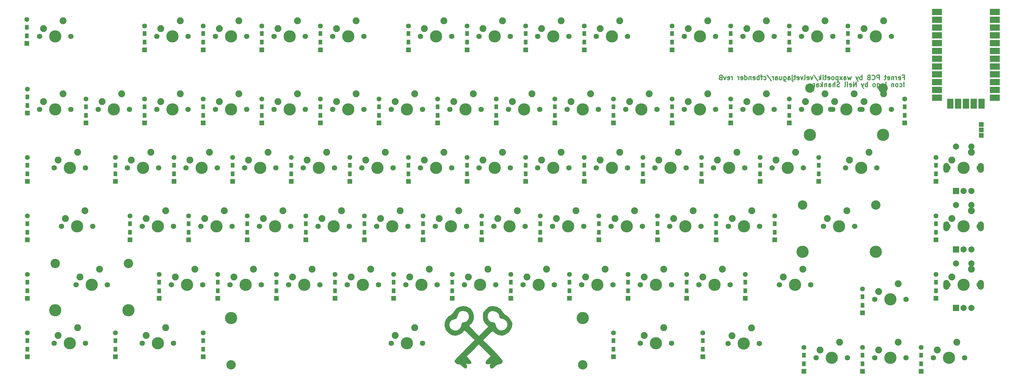
<source format=gbs>
G04 #@! TF.GenerationSoftware,KiCad,Pcbnew,(5.1.5)-3*
G04 #@! TF.CreationDate,2020-07-17T15:38:34-06:00*
G04 #@! TF.ProjectId,fernet,6665726e-6574-42e6-9b69-6361645f7063,rev?*
G04 #@! TF.SameCoordinates,Original*
G04 #@! TF.FileFunction,Soldermask,Bot*
G04 #@! TF.FilePolarity,Negative*
%FSLAX46Y46*%
G04 Gerber Fmt 4.6, Leading zero omitted, Abs format (unit mm)*
G04 Created by KiCad (PCBNEW (5.1.5)-3) date 2020-07-17 15:38:34*
%MOMM*%
%LPD*%
G04 APERTURE LIST*
%ADD10C,0.300000*%
%ADD11C,0.010000*%
%ADD12C,2.250000*%
%ADD13C,3.987800*%
%ADD14C,1.750000*%
%ADD15C,3.048000*%
%ADD16R,2.000000X3.250000*%
%ADD17R,3.250000X2.000000*%
%ADD18R,1.524000X1.524000*%
%ADD19R,2.000000X2.000000*%
%ADD20C,2.000000*%
%ADD21O,2.000000X3.200000*%
%ADD22R,1.600000X1.600000*%
%ADD23C,1.600000*%
%ADD24R,1.200000X1.600000*%
G04 APERTURE END LIST*
D10*
X305035714Y-42892857D02*
X305535714Y-42892857D01*
X305535714Y-43678571D02*
X305535714Y-42178571D01*
X304821428Y-42178571D01*
X303678571Y-43607142D02*
X303821428Y-43678571D01*
X304107142Y-43678571D01*
X304250000Y-43607142D01*
X304321428Y-43464285D01*
X304321428Y-42892857D01*
X304250000Y-42750000D01*
X304107142Y-42678571D01*
X303821428Y-42678571D01*
X303678571Y-42750000D01*
X303607142Y-42892857D01*
X303607142Y-43035714D01*
X304321428Y-43178571D01*
X302964285Y-43678571D02*
X302964285Y-42678571D01*
X302964285Y-42964285D02*
X302892857Y-42821428D01*
X302821428Y-42750000D01*
X302678571Y-42678571D01*
X302535714Y-42678571D01*
X302035714Y-42678571D02*
X302035714Y-43678571D01*
X302035714Y-42821428D02*
X301964285Y-42750000D01*
X301821428Y-42678571D01*
X301607142Y-42678571D01*
X301464285Y-42750000D01*
X301392857Y-42892857D01*
X301392857Y-43678571D01*
X300107142Y-43607142D02*
X300250000Y-43678571D01*
X300535714Y-43678571D01*
X300678571Y-43607142D01*
X300750000Y-43464285D01*
X300750000Y-42892857D01*
X300678571Y-42750000D01*
X300535714Y-42678571D01*
X300250000Y-42678571D01*
X300107142Y-42750000D01*
X300035714Y-42892857D01*
X300035714Y-43035714D01*
X300750000Y-43178571D01*
X299607142Y-42678571D02*
X299035714Y-42678571D01*
X299392857Y-42178571D02*
X299392857Y-43464285D01*
X299321428Y-43607142D01*
X299178571Y-43678571D01*
X299035714Y-43678571D01*
X297392857Y-43678571D02*
X297392857Y-42178571D01*
X296821428Y-42178571D01*
X296678571Y-42250000D01*
X296607142Y-42321428D01*
X296535714Y-42464285D01*
X296535714Y-42678571D01*
X296607142Y-42821428D01*
X296678571Y-42892857D01*
X296821428Y-42964285D01*
X297392857Y-42964285D01*
X295035714Y-43535714D02*
X295107142Y-43607142D01*
X295321428Y-43678571D01*
X295464285Y-43678571D01*
X295678571Y-43607142D01*
X295821428Y-43464285D01*
X295892857Y-43321428D01*
X295964285Y-43035714D01*
X295964285Y-42821428D01*
X295892857Y-42535714D01*
X295821428Y-42392857D01*
X295678571Y-42250000D01*
X295464285Y-42178571D01*
X295321428Y-42178571D01*
X295107142Y-42250000D01*
X295035714Y-42321428D01*
X293892857Y-42892857D02*
X293678571Y-42964285D01*
X293607142Y-43035714D01*
X293535714Y-43178571D01*
X293535714Y-43392857D01*
X293607142Y-43535714D01*
X293678571Y-43607142D01*
X293821428Y-43678571D01*
X294392857Y-43678571D01*
X294392857Y-42178571D01*
X293892857Y-42178571D01*
X293750000Y-42250000D01*
X293678571Y-42321428D01*
X293607142Y-42464285D01*
X293607142Y-42607142D01*
X293678571Y-42750000D01*
X293750000Y-42821428D01*
X293892857Y-42892857D01*
X294392857Y-42892857D01*
X291750000Y-43678571D02*
X291750000Y-42178571D01*
X291750000Y-42750000D02*
X291607142Y-42678571D01*
X291321428Y-42678571D01*
X291178571Y-42750000D01*
X291107142Y-42821428D01*
X291035714Y-42964285D01*
X291035714Y-43392857D01*
X291107142Y-43535714D01*
X291178571Y-43607142D01*
X291321428Y-43678571D01*
X291607142Y-43678571D01*
X291750000Y-43607142D01*
X290535714Y-42678571D02*
X290178571Y-43678571D01*
X289821428Y-42678571D02*
X290178571Y-43678571D01*
X290321428Y-44035714D01*
X290392857Y-44107142D01*
X290535714Y-44178571D01*
X288250000Y-42678571D02*
X287964285Y-43678571D01*
X287678571Y-42964285D01*
X287392857Y-43678571D01*
X287107142Y-42678571D01*
X285892857Y-43678571D02*
X285892857Y-42892857D01*
X285964285Y-42750000D01*
X286107142Y-42678571D01*
X286392857Y-42678571D01*
X286535714Y-42750000D01*
X285892857Y-43607142D02*
X286035714Y-43678571D01*
X286392857Y-43678571D01*
X286535714Y-43607142D01*
X286607142Y-43464285D01*
X286607142Y-43321428D01*
X286535714Y-43178571D01*
X286392857Y-43107142D01*
X286035714Y-43107142D01*
X285892857Y-43035714D01*
X285321428Y-43678571D02*
X284535714Y-42678571D01*
X285321428Y-42678571D02*
X284535714Y-43678571D01*
X283964285Y-42678571D02*
X283964285Y-44178571D01*
X283964285Y-42750000D02*
X283821428Y-42678571D01*
X283535714Y-42678571D01*
X283392857Y-42750000D01*
X283321428Y-42821428D01*
X283250000Y-42964285D01*
X283250000Y-43392857D01*
X283321428Y-43535714D01*
X283392857Y-43607142D01*
X283535714Y-43678571D01*
X283821428Y-43678571D01*
X283964285Y-43607142D01*
X282392857Y-43678571D02*
X282535714Y-43607142D01*
X282607142Y-43535714D01*
X282678571Y-43392857D01*
X282678571Y-42964285D01*
X282607142Y-42821428D01*
X282535714Y-42750000D01*
X282392857Y-42678571D01*
X282178571Y-42678571D01*
X282035714Y-42750000D01*
X281964285Y-42821428D01*
X281892857Y-42964285D01*
X281892857Y-43392857D01*
X281964285Y-43535714D01*
X282035714Y-43607142D01*
X282178571Y-43678571D01*
X282392857Y-43678571D01*
X280678571Y-43607142D02*
X280821428Y-43678571D01*
X281107142Y-43678571D01*
X281250000Y-43607142D01*
X281321428Y-43464285D01*
X281321428Y-42892857D01*
X281250000Y-42750000D01*
X281107142Y-42678571D01*
X280821428Y-42678571D01*
X280678571Y-42750000D01*
X280607142Y-42892857D01*
X280607142Y-43035714D01*
X281321428Y-43178571D01*
X280178571Y-42678571D02*
X279607142Y-42678571D01*
X279964285Y-42178571D02*
X279964285Y-43464285D01*
X279892857Y-43607142D01*
X279750000Y-43678571D01*
X279607142Y-43678571D01*
X279107142Y-43678571D02*
X279107142Y-42678571D01*
X279107142Y-42178571D02*
X279178571Y-42250000D01*
X279107142Y-42321428D01*
X279035714Y-42250000D01*
X279107142Y-42178571D01*
X279107142Y-42321428D01*
X278392857Y-43678571D02*
X278392857Y-42178571D01*
X278250000Y-43107142D02*
X277821428Y-43678571D01*
X277821428Y-42678571D02*
X278392857Y-43250000D01*
X276107142Y-42107142D02*
X277392857Y-44035714D01*
X275750000Y-42678571D02*
X275392857Y-43678571D01*
X275035714Y-42678571D01*
X273892857Y-43607142D02*
X274035714Y-43678571D01*
X274321428Y-43678571D01*
X274464285Y-43607142D01*
X274535714Y-43464285D01*
X274535714Y-42892857D01*
X274464285Y-42750000D01*
X274321428Y-42678571D01*
X274035714Y-42678571D01*
X273892857Y-42750000D01*
X273821428Y-42892857D01*
X273821428Y-43035714D01*
X274535714Y-43178571D01*
X272964285Y-43678571D02*
X273107142Y-43607142D01*
X273178571Y-43464285D01*
X273178571Y-42178571D01*
X272535714Y-42678571D02*
X272178571Y-43678571D01*
X271821428Y-42678571D01*
X270678571Y-43607142D02*
X270821428Y-43678571D01*
X271107142Y-43678571D01*
X271250000Y-43607142D01*
X271321428Y-43464285D01*
X271321428Y-42892857D01*
X271250000Y-42750000D01*
X271107142Y-42678571D01*
X270821428Y-42678571D01*
X270678571Y-42750000D01*
X270607142Y-42892857D01*
X270607142Y-43035714D01*
X271321428Y-43178571D01*
X270178571Y-42678571D02*
X269607142Y-42678571D01*
X269964285Y-42178571D02*
X269964285Y-43464285D01*
X269892857Y-43607142D01*
X269750000Y-43678571D01*
X269607142Y-43678571D01*
X269107142Y-42678571D02*
X269107142Y-43964285D01*
X269178571Y-44107142D01*
X269321428Y-44178571D01*
X269392857Y-44178571D01*
X269107142Y-42178571D02*
X269178571Y-42250000D01*
X269107142Y-42321428D01*
X269035714Y-42250000D01*
X269107142Y-42178571D01*
X269107142Y-42321428D01*
X267750000Y-43678571D02*
X267750000Y-42892857D01*
X267821428Y-42750000D01*
X267964285Y-42678571D01*
X268250000Y-42678571D01*
X268392857Y-42750000D01*
X267750000Y-43607142D02*
X267892857Y-43678571D01*
X268250000Y-43678571D01*
X268392857Y-43607142D01*
X268464285Y-43464285D01*
X268464285Y-43321428D01*
X268392857Y-43178571D01*
X268250000Y-43107142D01*
X267892857Y-43107142D01*
X267750000Y-43035714D01*
X266392857Y-42678571D02*
X266392857Y-43892857D01*
X266464285Y-44035714D01*
X266535714Y-44107142D01*
X266678571Y-44178571D01*
X266892857Y-44178571D01*
X267035714Y-44107142D01*
X266392857Y-43607142D02*
X266535714Y-43678571D01*
X266821428Y-43678571D01*
X266964285Y-43607142D01*
X267035714Y-43535714D01*
X267107142Y-43392857D01*
X267107142Y-42964285D01*
X267035714Y-42821428D01*
X266964285Y-42750000D01*
X266821428Y-42678571D01*
X266535714Y-42678571D01*
X266392857Y-42750000D01*
X265035714Y-42678571D02*
X265035714Y-43678571D01*
X265678571Y-42678571D02*
X265678571Y-43464285D01*
X265607142Y-43607142D01*
X265464285Y-43678571D01*
X265250000Y-43678571D01*
X265107142Y-43607142D01*
X265035714Y-43535714D01*
X263678571Y-43678571D02*
X263678571Y-42892857D01*
X263750000Y-42750000D01*
X263892857Y-42678571D01*
X264178571Y-42678571D01*
X264321428Y-42750000D01*
X263678571Y-43607142D02*
X263821428Y-43678571D01*
X264178571Y-43678571D01*
X264321428Y-43607142D01*
X264392857Y-43464285D01*
X264392857Y-43321428D01*
X264321428Y-43178571D01*
X264178571Y-43107142D01*
X263821428Y-43107142D01*
X263678571Y-43035714D01*
X262964285Y-43678571D02*
X262964285Y-42678571D01*
X262964285Y-42964285D02*
X262892857Y-42821428D01*
X262821428Y-42750000D01*
X262678571Y-42678571D01*
X262535714Y-42678571D01*
X260964285Y-42107142D02*
X262250000Y-44035714D01*
X259821428Y-43607142D02*
X259964285Y-43678571D01*
X260250000Y-43678571D01*
X260392857Y-43607142D01*
X260464285Y-43535714D01*
X260535714Y-43392857D01*
X260535714Y-42964285D01*
X260464285Y-42821428D01*
X260392857Y-42750000D01*
X260250000Y-42678571D01*
X259964285Y-42678571D01*
X259821428Y-42750000D01*
X259392857Y-42678571D02*
X258821428Y-42678571D01*
X259178571Y-43678571D02*
X259178571Y-42392857D01*
X259107142Y-42250000D01*
X258964285Y-42178571D01*
X258821428Y-42178571D01*
X258321428Y-43678571D02*
X258321428Y-42178571D01*
X258321428Y-42750000D02*
X258178571Y-42678571D01*
X257892857Y-42678571D01*
X257750000Y-42750000D01*
X257678571Y-42821428D01*
X257607142Y-42964285D01*
X257607142Y-43392857D01*
X257678571Y-43535714D01*
X257750000Y-43607142D01*
X257892857Y-43678571D01*
X258178571Y-43678571D01*
X258321428Y-43607142D01*
X256392857Y-43607142D02*
X256535714Y-43678571D01*
X256821428Y-43678571D01*
X256964285Y-43607142D01*
X257035714Y-43464285D01*
X257035714Y-42892857D01*
X256964285Y-42750000D01*
X256821428Y-42678571D01*
X256535714Y-42678571D01*
X256392857Y-42750000D01*
X256321428Y-42892857D01*
X256321428Y-43035714D01*
X257035714Y-43178571D01*
X255678571Y-42678571D02*
X255678571Y-43678571D01*
X255678571Y-42821428D02*
X255607142Y-42750000D01*
X255464285Y-42678571D01*
X255250000Y-42678571D01*
X255107142Y-42750000D01*
X255035714Y-42892857D01*
X255035714Y-43678571D01*
X253678571Y-43678571D02*
X253678571Y-42178571D01*
X253678571Y-43607142D02*
X253821428Y-43678571D01*
X254107142Y-43678571D01*
X254250000Y-43607142D01*
X254321428Y-43535714D01*
X254392857Y-43392857D01*
X254392857Y-42964285D01*
X254321428Y-42821428D01*
X254250000Y-42750000D01*
X254107142Y-42678571D01*
X253821428Y-42678571D01*
X253678571Y-42750000D01*
X252392857Y-43607142D02*
X252535714Y-43678571D01*
X252821428Y-43678571D01*
X252964285Y-43607142D01*
X253035714Y-43464285D01*
X253035714Y-42892857D01*
X252964285Y-42750000D01*
X252821428Y-42678571D01*
X252535714Y-42678571D01*
X252392857Y-42750000D01*
X252321428Y-42892857D01*
X252321428Y-43035714D01*
X253035714Y-43178571D01*
X251678571Y-43678571D02*
X251678571Y-42678571D01*
X251678571Y-42964285D02*
X251607142Y-42821428D01*
X251535714Y-42750000D01*
X251392857Y-42678571D01*
X251250000Y-42678571D01*
X249607142Y-43678571D02*
X249607142Y-42678571D01*
X249607142Y-42964285D02*
X249535714Y-42821428D01*
X249464285Y-42750000D01*
X249321428Y-42678571D01*
X249178571Y-42678571D01*
X248107142Y-43607142D02*
X248250000Y-43678571D01*
X248535714Y-43678571D01*
X248678571Y-43607142D01*
X248750000Y-43464285D01*
X248750000Y-42892857D01*
X248678571Y-42750000D01*
X248535714Y-42678571D01*
X248250000Y-42678571D01*
X248107142Y-42750000D01*
X248035714Y-42892857D01*
X248035714Y-43035714D01*
X248750000Y-43178571D01*
X247535714Y-42678571D02*
X247178571Y-43678571D01*
X246821428Y-42678571D01*
X245750000Y-42892857D02*
X245535714Y-42964285D01*
X245464285Y-43035714D01*
X245392857Y-43178571D01*
X245392857Y-43392857D01*
X245464285Y-43535714D01*
X245535714Y-43607142D01*
X245678571Y-43678571D01*
X246250000Y-43678571D01*
X246250000Y-42178571D01*
X245750000Y-42178571D01*
X245607142Y-42250000D01*
X245535714Y-42321428D01*
X245464285Y-42464285D01*
X245464285Y-42607142D01*
X245535714Y-42750000D01*
X245607142Y-42821428D01*
X245750000Y-42892857D01*
X246250000Y-42892857D01*
X305392857Y-45928571D02*
X305392857Y-44428571D01*
X304035714Y-45857142D02*
X304178571Y-45928571D01*
X304464285Y-45928571D01*
X304607142Y-45857142D01*
X304678571Y-45785714D01*
X304750000Y-45642857D01*
X304750000Y-45214285D01*
X304678571Y-45071428D01*
X304607142Y-45000000D01*
X304464285Y-44928571D01*
X304178571Y-44928571D01*
X304035714Y-45000000D01*
X303178571Y-45928571D02*
X303321428Y-45857142D01*
X303392857Y-45785714D01*
X303464285Y-45642857D01*
X303464285Y-45214285D01*
X303392857Y-45071428D01*
X303321428Y-45000000D01*
X303178571Y-44928571D01*
X302964285Y-44928571D01*
X302821428Y-45000000D01*
X302750000Y-45071428D01*
X302678571Y-45214285D01*
X302678571Y-45642857D01*
X302750000Y-45785714D01*
X302821428Y-45857142D01*
X302964285Y-45928571D01*
X303178571Y-45928571D01*
X302035714Y-44928571D02*
X302035714Y-45928571D01*
X302035714Y-45071428D02*
X301964285Y-45000000D01*
X301821428Y-44928571D01*
X301607142Y-44928571D01*
X301464285Y-45000000D01*
X301392857Y-45142857D01*
X301392857Y-45928571D01*
X299321428Y-45928571D02*
X299464285Y-45857142D01*
X299535714Y-45714285D01*
X299535714Y-44428571D01*
X298535714Y-45928571D02*
X298678571Y-45857142D01*
X298750000Y-45785714D01*
X298821428Y-45642857D01*
X298821428Y-45214285D01*
X298750000Y-45071428D01*
X298678571Y-45000000D01*
X298535714Y-44928571D01*
X298321428Y-44928571D01*
X298178571Y-45000000D01*
X298107142Y-45071428D01*
X298035714Y-45214285D01*
X298035714Y-45642857D01*
X298107142Y-45785714D01*
X298178571Y-45857142D01*
X298321428Y-45928571D01*
X298535714Y-45928571D01*
X296750000Y-44928571D02*
X296750000Y-46142857D01*
X296821428Y-46285714D01*
X296892857Y-46357142D01*
X297035714Y-46428571D01*
X297250000Y-46428571D01*
X297392857Y-46357142D01*
X296750000Y-45857142D02*
X296892857Y-45928571D01*
X297178571Y-45928571D01*
X297321428Y-45857142D01*
X297392857Y-45785714D01*
X297464285Y-45642857D01*
X297464285Y-45214285D01*
X297392857Y-45071428D01*
X297321428Y-45000000D01*
X297178571Y-44928571D01*
X296892857Y-44928571D01*
X296750000Y-45000000D01*
X295821428Y-45928571D02*
X295964285Y-45857142D01*
X296035714Y-45785714D01*
X296107142Y-45642857D01*
X296107142Y-45214285D01*
X296035714Y-45071428D01*
X295964285Y-45000000D01*
X295821428Y-44928571D01*
X295607142Y-44928571D01*
X295464285Y-45000000D01*
X295392857Y-45071428D01*
X295321428Y-45214285D01*
X295321428Y-45642857D01*
X295392857Y-45785714D01*
X295464285Y-45857142D01*
X295607142Y-45928571D01*
X295821428Y-45928571D01*
X293535714Y-45928571D02*
X293535714Y-44428571D01*
X293535714Y-45000000D02*
X293392857Y-44928571D01*
X293107142Y-44928571D01*
X292964285Y-45000000D01*
X292892857Y-45071428D01*
X292821428Y-45214285D01*
X292821428Y-45642857D01*
X292892857Y-45785714D01*
X292964285Y-45857142D01*
X293107142Y-45928571D01*
X293392857Y-45928571D01*
X293535714Y-45857142D01*
X292321428Y-44928571D02*
X291964285Y-45928571D01*
X291607142Y-44928571D02*
X291964285Y-45928571D01*
X292107142Y-46285714D01*
X292178571Y-46357142D01*
X292321428Y-46428571D01*
X289892857Y-45928571D02*
X289892857Y-44428571D01*
X289035714Y-45928571D01*
X289035714Y-44428571D01*
X287750000Y-45857142D02*
X287892857Y-45928571D01*
X288178571Y-45928571D01*
X288321428Y-45857142D01*
X288392857Y-45714285D01*
X288392857Y-45142857D01*
X288321428Y-45000000D01*
X288178571Y-44928571D01*
X287892857Y-44928571D01*
X287750000Y-45000000D01*
X287678571Y-45142857D01*
X287678571Y-45285714D01*
X288392857Y-45428571D01*
X287035714Y-45928571D02*
X287035714Y-44928571D01*
X287035714Y-44428571D02*
X287107142Y-44500000D01*
X287035714Y-44571428D01*
X286964285Y-44500000D01*
X287035714Y-44428571D01*
X287035714Y-44571428D01*
X286107142Y-45928571D02*
X286250000Y-45857142D01*
X286321428Y-45714285D01*
X286321428Y-44428571D01*
X284464285Y-45857142D02*
X284250000Y-45928571D01*
X283892857Y-45928571D01*
X283750000Y-45857142D01*
X283678571Y-45785714D01*
X283607142Y-45642857D01*
X283607142Y-45500000D01*
X283678571Y-45357142D01*
X283750000Y-45285714D01*
X283892857Y-45214285D01*
X284178571Y-45142857D01*
X284321428Y-45071428D01*
X284392857Y-45000000D01*
X284464285Y-44857142D01*
X284464285Y-44714285D01*
X284392857Y-44571428D01*
X284321428Y-44500000D01*
X284178571Y-44428571D01*
X283821428Y-44428571D01*
X283607142Y-44500000D01*
X282964285Y-45928571D02*
X282964285Y-44428571D01*
X282321428Y-45928571D02*
X282321428Y-45142857D01*
X282392857Y-45000000D01*
X282535714Y-44928571D01*
X282750000Y-44928571D01*
X282892857Y-45000000D01*
X282964285Y-45071428D01*
X280964285Y-45928571D02*
X280964285Y-45142857D01*
X281035714Y-45000000D01*
X281178571Y-44928571D01*
X281464285Y-44928571D01*
X281607142Y-45000000D01*
X280964285Y-45857142D02*
X281107142Y-45928571D01*
X281464285Y-45928571D01*
X281607142Y-45857142D01*
X281678571Y-45714285D01*
X281678571Y-45571428D01*
X281607142Y-45428571D01*
X281464285Y-45357142D01*
X281107142Y-45357142D01*
X280964285Y-45285714D01*
X280250000Y-44928571D02*
X280250000Y-45928571D01*
X280250000Y-45071428D02*
X280178571Y-45000000D01*
X280035714Y-44928571D01*
X279821428Y-44928571D01*
X279678571Y-45000000D01*
X279607142Y-45142857D01*
X279607142Y-45928571D01*
X278892857Y-45928571D02*
X278892857Y-44428571D01*
X278750000Y-45357142D02*
X278321428Y-45928571D01*
X278321428Y-44928571D02*
X278892857Y-45500000D01*
X277035714Y-45928571D02*
X277035714Y-45142857D01*
X277107142Y-45000000D01*
X277250000Y-44928571D01*
X277535714Y-44928571D01*
X277678571Y-45000000D01*
X277035714Y-45857142D02*
X277178571Y-45928571D01*
X277535714Y-45928571D01*
X277678571Y-45857142D01*
X277750000Y-45714285D01*
X277750000Y-45571428D01*
X277678571Y-45428571D01*
X277535714Y-45357142D01*
X277178571Y-45357142D01*
X277035714Y-45285714D01*
X276321428Y-45928571D02*
X276321428Y-44928571D01*
X276321428Y-45214285D02*
X276250000Y-45071428D01*
X276178571Y-45000000D01*
X276035714Y-44928571D01*
X275892857Y-44928571D01*
D11*
G36*
X173112622Y-117624467D02*
G01*
X174224722Y-118353724D01*
X175085965Y-119506556D01*
X175103837Y-119540795D01*
X175482516Y-120074335D01*
X175853430Y-120310420D01*
X175868642Y-120311052D01*
X176323779Y-120525951D01*
X176891931Y-121070072D01*
X177450608Y-121792556D01*
X177877318Y-122542540D01*
X178024303Y-122965989D01*
X177998828Y-123993843D01*
X177562694Y-125035071D01*
X176821635Y-125964190D01*
X175881385Y-126655715D01*
X174847680Y-126984162D01*
X174629199Y-126995263D01*
X173414941Y-126747528D01*
X172238169Y-125989519D01*
X172133676Y-125896693D01*
X171848150Y-125666860D01*
X171588867Y-125617298D01*
X171252087Y-125800220D01*
X170734073Y-126267837D01*
X170063351Y-126938690D01*
X168540401Y-128477698D01*
X171747043Y-131675985D01*
X172808708Y-132759781D01*
X173721947Y-133739572D01*
X174423758Y-134543891D01*
X174851139Y-135101267D01*
X174953684Y-135313609D01*
X174751309Y-135863526D01*
X174284621Y-136236817D01*
X173784628Y-136269556D01*
X173379776Y-136355495D01*
X172828953Y-136745653D01*
X172661727Y-136908065D01*
X172065706Y-137409590D01*
X171523246Y-137676586D01*
X171419481Y-137690000D01*
X170916111Y-137486331D01*
X170738488Y-137009441D01*
X170945847Y-136483601D01*
X171100744Y-136226340D01*
X170887001Y-136177695D01*
X170445140Y-136252235D01*
X169717883Y-136267711D01*
X169394842Y-135986526D01*
X169485677Y-135472945D01*
X170000046Y-134791235D01*
X170196970Y-134601132D01*
X171143765Y-133733459D01*
X169171882Y-131774737D01*
X167200000Y-129816014D01*
X163195436Y-133793852D01*
X164029928Y-134654829D01*
X164596992Y-135390232D01*
X164729164Y-135932682D01*
X164439268Y-136227999D01*
X163740124Y-136222002D01*
X163662834Y-136205993D01*
X163104578Y-136106410D01*
X162976588Y-136187525D01*
X163157789Y-136448664D01*
X163377767Y-136983042D01*
X163263249Y-137467822D01*
X162867689Y-137689616D01*
X162846834Y-137690000D01*
X162444316Y-137510016D01*
X161893271Y-137063178D01*
X161748145Y-136918371D01*
X161129122Y-136419434D01*
X160606360Y-136256975D01*
X160551294Y-136266403D01*
X160051395Y-136172855D01*
X159584642Y-135823551D01*
X159412680Y-135614684D01*
X159341806Y-135407574D01*
X159415734Y-135142162D01*
X159678182Y-134758391D01*
X160172865Y-134196202D01*
X160943499Y-133395539D01*
X162033799Y-132296342D01*
X162471376Y-131857681D01*
X165867177Y-128454326D01*
X164189803Y-126791861D01*
X163385740Y-126005764D01*
X162868793Y-125551886D01*
X162550623Y-125381689D01*
X162342887Y-125446637D01*
X162167937Y-125681018D01*
X161605634Y-126215256D01*
X160739423Y-126676698D01*
X159798947Y-126956937D01*
X159383889Y-126995263D01*
X158418098Y-126774407D01*
X157434069Y-126199930D01*
X156637133Y-125403966D01*
X156443438Y-125103026D01*
X156086714Y-123956651D01*
X156109355Y-123570575D01*
X157574737Y-123570575D01*
X157798149Y-124435850D01*
X158373837Y-125050859D01*
X159159978Y-125369810D01*
X160014749Y-125346913D01*
X160796324Y-124936374D01*
X161031120Y-124686574D01*
X161422780Y-124002563D01*
X161585263Y-123349732D01*
X161711792Y-122858405D01*
X162184700Y-122717689D01*
X162224064Y-122717368D01*
X163089817Y-122491212D01*
X163710087Y-121908766D01*
X164028126Y-121114064D01*
X163987186Y-120251137D01*
X163530517Y-119464019D01*
X163512901Y-119446176D01*
X162777989Y-119013241D01*
X161902484Y-118900344D01*
X161113888Y-119120002D01*
X160876390Y-119301128D01*
X160531114Y-119851892D01*
X160280296Y-120597614D01*
X160278443Y-120606590D01*
X160054632Y-121250744D01*
X159606905Y-121571457D01*
X159182910Y-121682868D01*
X158226397Y-122083109D01*
X157695276Y-122807032D01*
X157574737Y-123570575D01*
X156109355Y-123570575D01*
X156157667Y-122746765D01*
X156606887Y-121620763D01*
X157384963Y-120726042D01*
X158040197Y-120339748D01*
X158680311Y-119874251D01*
X159149653Y-119210938D01*
X159832890Y-118266216D01*
X160814824Y-117657895D01*
X161962436Y-117406837D01*
X163142709Y-117533900D01*
X164222625Y-118059946D01*
X164570980Y-118360737D01*
X165230880Y-119336478D01*
X165533169Y-120483703D01*
X165482114Y-121652807D01*
X165081985Y-122694183D01*
X164427226Y-123398364D01*
X164176335Y-123602314D01*
X164110016Y-123816635D01*
X164276958Y-124132042D01*
X164725852Y-124639253D01*
X165505385Y-125428984D01*
X165530685Y-125454285D01*
X167194274Y-127117874D01*
X170322764Y-124022028D01*
X169429803Y-123129066D01*
X168883578Y-122509810D01*
X168619198Y-121925011D01*
X168539373Y-121125391D01*
X168538999Y-121083372D01*
X169997903Y-121083372D01*
X170319366Y-121882317D01*
X170978197Y-122460724D01*
X171677901Y-122665456D01*
X172258613Y-122807451D01*
X172548866Y-123193501D01*
X172664771Y-123660403D01*
X173060138Y-124589665D01*
X173751168Y-125176187D01*
X174606013Y-125373688D01*
X175492822Y-125135890D01*
X175939083Y-124809709D01*
X176456231Y-124018255D01*
X176525524Y-123153694D01*
X176192332Y-122349489D01*
X175502026Y-121739107D01*
X174812315Y-121495128D01*
X174167797Y-121301042D01*
X173912027Y-120966629D01*
X173884210Y-120682349D01*
X173650092Y-119920580D01*
X173052467Y-119341870D01*
X172248426Y-119007135D01*
X171395061Y-118977290D01*
X170649464Y-119313249D01*
X170561604Y-119393959D01*
X170062439Y-120206412D01*
X169997903Y-121083372D01*
X168538999Y-121083372D01*
X168536842Y-120841071D01*
X168577578Y-119974186D01*
X168768236Y-119368430D01*
X169211491Y-118783139D01*
X169574860Y-118408018D01*
X170264517Y-117782677D01*
X170848638Y-117472727D01*
X171553222Y-117374002D01*
X171826978Y-117370000D01*
X173112622Y-117624467D01*
G37*
X173112622Y-117624467D02*
X174224722Y-118353724D01*
X175085965Y-119506556D01*
X175103837Y-119540795D01*
X175482516Y-120074335D01*
X175853430Y-120310420D01*
X175868642Y-120311052D01*
X176323779Y-120525951D01*
X176891931Y-121070072D01*
X177450608Y-121792556D01*
X177877318Y-122542540D01*
X178024303Y-122965989D01*
X177998828Y-123993843D01*
X177562694Y-125035071D01*
X176821635Y-125964190D01*
X175881385Y-126655715D01*
X174847680Y-126984162D01*
X174629199Y-126995263D01*
X173414941Y-126747528D01*
X172238169Y-125989519D01*
X172133676Y-125896693D01*
X171848150Y-125666860D01*
X171588867Y-125617298D01*
X171252087Y-125800220D01*
X170734073Y-126267837D01*
X170063351Y-126938690D01*
X168540401Y-128477698D01*
X171747043Y-131675985D01*
X172808708Y-132759781D01*
X173721947Y-133739572D01*
X174423758Y-134543891D01*
X174851139Y-135101267D01*
X174953684Y-135313609D01*
X174751309Y-135863526D01*
X174284621Y-136236817D01*
X173784628Y-136269556D01*
X173379776Y-136355495D01*
X172828953Y-136745653D01*
X172661727Y-136908065D01*
X172065706Y-137409590D01*
X171523246Y-137676586D01*
X171419481Y-137690000D01*
X170916111Y-137486331D01*
X170738488Y-137009441D01*
X170945847Y-136483601D01*
X171100744Y-136226340D01*
X170887001Y-136177695D01*
X170445140Y-136252235D01*
X169717883Y-136267711D01*
X169394842Y-135986526D01*
X169485677Y-135472945D01*
X170000046Y-134791235D01*
X170196970Y-134601132D01*
X171143765Y-133733459D01*
X169171882Y-131774737D01*
X167200000Y-129816014D01*
X163195436Y-133793852D01*
X164029928Y-134654829D01*
X164596992Y-135390232D01*
X164729164Y-135932682D01*
X164439268Y-136227999D01*
X163740124Y-136222002D01*
X163662834Y-136205993D01*
X163104578Y-136106410D01*
X162976588Y-136187525D01*
X163157789Y-136448664D01*
X163377767Y-136983042D01*
X163263249Y-137467822D01*
X162867689Y-137689616D01*
X162846834Y-137690000D01*
X162444316Y-137510016D01*
X161893271Y-137063178D01*
X161748145Y-136918371D01*
X161129122Y-136419434D01*
X160606360Y-136256975D01*
X160551294Y-136266403D01*
X160051395Y-136172855D01*
X159584642Y-135823551D01*
X159412680Y-135614684D01*
X159341806Y-135407574D01*
X159415734Y-135142162D01*
X159678182Y-134758391D01*
X160172865Y-134196202D01*
X160943499Y-133395539D01*
X162033799Y-132296342D01*
X162471376Y-131857681D01*
X165867177Y-128454326D01*
X164189803Y-126791861D01*
X163385740Y-126005764D01*
X162868793Y-125551886D01*
X162550623Y-125381689D01*
X162342887Y-125446637D01*
X162167937Y-125681018D01*
X161605634Y-126215256D01*
X160739423Y-126676698D01*
X159798947Y-126956937D01*
X159383889Y-126995263D01*
X158418098Y-126774407D01*
X157434069Y-126199930D01*
X156637133Y-125403966D01*
X156443438Y-125103026D01*
X156086714Y-123956651D01*
X156109355Y-123570575D01*
X157574737Y-123570575D01*
X157798149Y-124435850D01*
X158373837Y-125050859D01*
X159159978Y-125369810D01*
X160014749Y-125346913D01*
X160796324Y-124936374D01*
X161031120Y-124686574D01*
X161422780Y-124002563D01*
X161585263Y-123349732D01*
X161711792Y-122858405D01*
X162184700Y-122717689D01*
X162224064Y-122717368D01*
X163089817Y-122491212D01*
X163710087Y-121908766D01*
X164028126Y-121114064D01*
X163987186Y-120251137D01*
X163530517Y-119464019D01*
X163512901Y-119446176D01*
X162777989Y-119013241D01*
X161902484Y-118900344D01*
X161113888Y-119120002D01*
X160876390Y-119301128D01*
X160531114Y-119851892D01*
X160280296Y-120597614D01*
X160278443Y-120606590D01*
X160054632Y-121250744D01*
X159606905Y-121571457D01*
X159182910Y-121682868D01*
X158226397Y-122083109D01*
X157695276Y-122807032D01*
X157574737Y-123570575D01*
X156109355Y-123570575D01*
X156157667Y-122746765D01*
X156606887Y-121620763D01*
X157384963Y-120726042D01*
X158040197Y-120339748D01*
X158680311Y-119874251D01*
X159149653Y-119210938D01*
X159832890Y-118266216D01*
X160814824Y-117657895D01*
X161962436Y-117406837D01*
X163142709Y-117533900D01*
X164222625Y-118059946D01*
X164570980Y-118360737D01*
X165230880Y-119336478D01*
X165533169Y-120483703D01*
X165482114Y-121652807D01*
X165081985Y-122694183D01*
X164427226Y-123398364D01*
X164176335Y-123602314D01*
X164110016Y-123816635D01*
X164276958Y-124132042D01*
X164725852Y-124639253D01*
X165505385Y-125428984D01*
X165530685Y-125454285D01*
X167194274Y-127117874D01*
X170322764Y-124022028D01*
X169429803Y-123129066D01*
X168883578Y-122509810D01*
X168619198Y-121925011D01*
X168539373Y-121125391D01*
X168538999Y-121083372D01*
X169997903Y-121083372D01*
X170319366Y-121882317D01*
X170978197Y-122460724D01*
X171677901Y-122665456D01*
X172258613Y-122807451D01*
X172548866Y-123193501D01*
X172664771Y-123660403D01*
X173060138Y-124589665D01*
X173751168Y-125176187D01*
X174606013Y-125373688D01*
X175492822Y-125135890D01*
X175939083Y-124809709D01*
X176456231Y-124018255D01*
X176525524Y-123153694D01*
X176192332Y-122349489D01*
X175502026Y-121739107D01*
X174812315Y-121495128D01*
X174167797Y-121301042D01*
X173912027Y-120966629D01*
X173884210Y-120682349D01*
X173650092Y-119920580D01*
X173052467Y-119341870D01*
X172248426Y-119007135D01*
X171395061Y-118977290D01*
X170649464Y-119313249D01*
X170561604Y-119393959D01*
X170062439Y-120206412D01*
X169997903Y-121083372D01*
X168538999Y-121083372D01*
X168536842Y-120841071D01*
X168577578Y-119974186D01*
X168768236Y-119368430D01*
X169211491Y-118783139D01*
X169574860Y-118408018D01*
X170264517Y-117782677D01*
X170848638Y-117472727D01*
X171553222Y-117374002D01*
X171826978Y-117370000D01*
X173112622Y-117624467D01*
D12*
X289250000Y-48260000D03*
D13*
X286710000Y-53340000D03*
D12*
X282900000Y-50800000D03*
D14*
X281630000Y-53340000D03*
X291790000Y-53340000D03*
D15*
X274803750Y-46355000D03*
X298616250Y-46355000D03*
D13*
X274803750Y-61595000D03*
X298616250Y-61595000D03*
D16*
X320420000Y-51435000D03*
X322960000Y-51435000D03*
X325500000Y-51435000D03*
X328040000Y-51435000D03*
X330580000Y-51435000D03*
D17*
X316102000Y-21590000D03*
X316102000Y-24130000D03*
X316102000Y-26670000D03*
X316102000Y-29210000D03*
X316102000Y-31750000D03*
X316102000Y-34290000D03*
X316102000Y-36830000D03*
X316102000Y-39370000D03*
X316102000Y-41910000D03*
X316102000Y-44450000D03*
X316102000Y-46990000D03*
X316102000Y-49530000D03*
X334898000Y-49530000D03*
X334898000Y-46990000D03*
X334898000Y-44450000D03*
X334898000Y-41910000D03*
X334898000Y-39370000D03*
X334898000Y-36830000D03*
X334898000Y-34290000D03*
X334898000Y-31750000D03*
X334898000Y-29210000D03*
X334898000Y-26670000D03*
X334898000Y-24130000D03*
X334898000Y-21590000D03*
D18*
X330500000Y-61778000D03*
X330500000Y-60000000D03*
X330500000Y-58222000D03*
D19*
X322300000Y-79887500D03*
D20*
X324800000Y-79887500D03*
X327300000Y-79887500D03*
D21*
X319200000Y-72387500D03*
X330400000Y-72387500D03*
D20*
X322300000Y-65387500D03*
X327300000Y-65387500D03*
D19*
X322300000Y-98937500D03*
D20*
X324800000Y-98937500D03*
X327300000Y-98937500D03*
D21*
X319200000Y-91437500D03*
X330400000Y-91437500D03*
D20*
X322300000Y-84437500D03*
X327300000Y-84437500D03*
D22*
X20320000Y-31840000D03*
D23*
X20320000Y-24040000D03*
D24*
X20320000Y-29340000D03*
X20320000Y-26540000D03*
D14*
X282280000Y-53337500D03*
X272120000Y-53337500D03*
D12*
X273390000Y-50797500D03*
D13*
X277200000Y-53337500D03*
D12*
X279740000Y-48257500D03*
D14*
X301330000Y-53350000D03*
X291170000Y-53350000D03*
D12*
X292440000Y-50810000D03*
D13*
X296250000Y-53350000D03*
D12*
X298790000Y-48270000D03*
D22*
X305650000Y-57750000D03*
D23*
X305650000Y-49950000D03*
D24*
X305650000Y-55250000D03*
X305650000Y-52450000D03*
D22*
X253862500Y-114887500D03*
D23*
X253862500Y-107087500D03*
D24*
X253862500Y-112387500D03*
X253862500Y-109587500D03*
D22*
X211000000Y-57737500D03*
D23*
X211000000Y-49937500D03*
D24*
X211000000Y-55237500D03*
X211000000Y-52437500D03*
D22*
X39550000Y-57737500D03*
D23*
X39550000Y-49937500D03*
D24*
X39550000Y-55237500D03*
X39550000Y-52437500D03*
D22*
X58600000Y-57737500D03*
D23*
X58600000Y-49937500D03*
D24*
X58600000Y-55237500D03*
X58600000Y-52437500D03*
D22*
X77650000Y-57737500D03*
D23*
X77650000Y-49937500D03*
D24*
X77650000Y-55237500D03*
X77650000Y-52437500D03*
D22*
X96700000Y-57737500D03*
D23*
X96700000Y-49937500D03*
D24*
X96700000Y-55237500D03*
X96700000Y-52437500D03*
D22*
X115750000Y-57737500D03*
D23*
X115750000Y-49937500D03*
D24*
X115750000Y-55237500D03*
X115750000Y-52437500D03*
D22*
X134800000Y-57737500D03*
D23*
X134800000Y-49937500D03*
D24*
X134800000Y-55237500D03*
X134800000Y-52437500D03*
D22*
X153850000Y-57737500D03*
D23*
X153850000Y-49937500D03*
D24*
X153850000Y-55237500D03*
X153850000Y-52437500D03*
D22*
X172900000Y-57737500D03*
D23*
X172900000Y-49937500D03*
D24*
X172900000Y-55237500D03*
X172900000Y-52437500D03*
D22*
X191950000Y-57737500D03*
D23*
X191950000Y-49937500D03*
D24*
X191950000Y-55237500D03*
X191950000Y-52437500D03*
D22*
X211000000Y-133937500D03*
D23*
X211000000Y-126137500D03*
D24*
X211000000Y-131437500D03*
X211000000Y-128637500D03*
D22*
X58600000Y-33925000D03*
D23*
X58600000Y-26125000D03*
D24*
X58600000Y-31425000D03*
X58600000Y-28625000D03*
D22*
X77650000Y-33925000D03*
D23*
X77650000Y-26125000D03*
D24*
X77650000Y-31425000D03*
X77650000Y-28625000D03*
D22*
X96700000Y-33925000D03*
D23*
X96700000Y-26125000D03*
D24*
X96700000Y-31425000D03*
X96700000Y-28625000D03*
D22*
X115750000Y-33925000D03*
D23*
X115750000Y-26125000D03*
D24*
X115750000Y-31425000D03*
X115750000Y-28625000D03*
D22*
X144325000Y-33925000D03*
D23*
X144325000Y-26125000D03*
D24*
X144325000Y-31425000D03*
X144325000Y-28625000D03*
D22*
X163375000Y-33925000D03*
D23*
X163375000Y-26125000D03*
D24*
X163375000Y-31425000D03*
X163375000Y-28625000D03*
D22*
X182425000Y-33925000D03*
D23*
X182425000Y-26125000D03*
D24*
X182425000Y-31425000D03*
X182425000Y-28625000D03*
D22*
X201475000Y-33925000D03*
D23*
X201475000Y-26125000D03*
D24*
X201475000Y-31425000D03*
X201475000Y-28625000D03*
D22*
X230050000Y-33925000D03*
D23*
X230050000Y-26125000D03*
D24*
X230050000Y-31425000D03*
X230050000Y-28625000D03*
D22*
X249100000Y-33925000D03*
D23*
X249100000Y-26125000D03*
D24*
X249100000Y-31425000D03*
X249100000Y-28625000D03*
D22*
X268150000Y-33925000D03*
D23*
X268150000Y-26125000D03*
D24*
X268150000Y-31425000D03*
X268150000Y-28625000D03*
D22*
X287200000Y-33925000D03*
D23*
X287200000Y-26125000D03*
D24*
X287200000Y-31425000D03*
X287200000Y-28625000D03*
D22*
X240050320Y-133955620D03*
D23*
X240050320Y-126155620D03*
D24*
X240050320Y-131455620D03*
X240050320Y-128655620D03*
D22*
X311012500Y-138700000D03*
D23*
X311012500Y-130900000D03*
D24*
X311012500Y-136200000D03*
X311012500Y-133400000D03*
D22*
X291962500Y-138700000D03*
D23*
X291962500Y-130900000D03*
D24*
X291962500Y-136200000D03*
X291962500Y-133400000D03*
D22*
X272912500Y-138700000D03*
D23*
X272912500Y-130900000D03*
D24*
X272912500Y-136200000D03*
X272912500Y-133400000D03*
D22*
X77650000Y-133937500D03*
D23*
X77650000Y-126137500D03*
D24*
X77650000Y-131437500D03*
X77650000Y-128637500D03*
D22*
X49075000Y-133937500D03*
D23*
X49075000Y-126137500D03*
D24*
X49075000Y-131437500D03*
X49075000Y-128637500D03*
D22*
X20500000Y-133937500D03*
D23*
X20500000Y-126137500D03*
D24*
X20500000Y-131437500D03*
X20500000Y-128637500D03*
D22*
X291962500Y-119650000D03*
D23*
X291962500Y-111850000D03*
D24*
X291962500Y-117150000D03*
X291962500Y-114350000D03*
D22*
X315775000Y-114887500D03*
D23*
X315775000Y-107087500D03*
D24*
X315775000Y-112387500D03*
X315775000Y-109587500D03*
D22*
X234812500Y-114887500D03*
D23*
X234812500Y-107087500D03*
D24*
X234812500Y-112387500D03*
X234812500Y-109587500D03*
D22*
X215762500Y-114887500D03*
D23*
X215762500Y-107087500D03*
D24*
X215762500Y-112387500D03*
X215762500Y-109587500D03*
D22*
X196712500Y-114887500D03*
D23*
X196712500Y-107087500D03*
D24*
X196712500Y-112387500D03*
X196712500Y-109587500D03*
D22*
X177662500Y-114887500D03*
D23*
X177662500Y-107087500D03*
D24*
X177662500Y-112387500D03*
X177662500Y-109587500D03*
D22*
X158612500Y-114887500D03*
D23*
X158612500Y-107087500D03*
D24*
X158612500Y-112387500D03*
X158612500Y-109587500D03*
D22*
X139562500Y-114887500D03*
D23*
X139562500Y-107087500D03*
D24*
X139562500Y-112387500D03*
X139562500Y-109587500D03*
D22*
X120512500Y-114887500D03*
D23*
X120512500Y-107087500D03*
D24*
X120512500Y-112387500D03*
X120512500Y-109587500D03*
D22*
X101462500Y-114887500D03*
D23*
X101462500Y-107087500D03*
D24*
X101462500Y-112387500D03*
X101462500Y-109587500D03*
D22*
X82412500Y-114887500D03*
D23*
X82412500Y-107087500D03*
D24*
X82412500Y-112387500D03*
X82412500Y-109587500D03*
D22*
X63362500Y-114887500D03*
D23*
X63362500Y-107087500D03*
D24*
X63362500Y-112387500D03*
X63362500Y-109587500D03*
D22*
X20500000Y-114887500D03*
D23*
X20500000Y-107087500D03*
D24*
X20500000Y-112387500D03*
X20500000Y-109587500D03*
D22*
X315775000Y-95837500D03*
D23*
X315775000Y-88037500D03*
D24*
X315775000Y-93337500D03*
X315775000Y-90537500D03*
D22*
X263387500Y-95837500D03*
D23*
X263387500Y-88037500D03*
D24*
X263387500Y-93337500D03*
X263387500Y-90537500D03*
D22*
X244337500Y-95837500D03*
D23*
X244337500Y-88037500D03*
D24*
X244337500Y-93337500D03*
X244337500Y-90537500D03*
D22*
X225287500Y-95837500D03*
D23*
X225287500Y-88037500D03*
D24*
X225287500Y-93337500D03*
X225287500Y-90537500D03*
D22*
X206237500Y-95837500D03*
D23*
X206237500Y-88037500D03*
D24*
X206237500Y-93337500D03*
X206237500Y-90537500D03*
D22*
X187187500Y-95837500D03*
D23*
X187187500Y-88037500D03*
D24*
X187187500Y-93337500D03*
X187187500Y-90537500D03*
D22*
X168137500Y-95837500D03*
D23*
X168137500Y-88037500D03*
D24*
X168137500Y-93337500D03*
X168137500Y-90537500D03*
D22*
X149087500Y-95837500D03*
D23*
X149087500Y-88037500D03*
D24*
X149087500Y-93337500D03*
X149087500Y-90537500D03*
D22*
X130037500Y-95837500D03*
D23*
X130037500Y-88037500D03*
D24*
X130037500Y-93337500D03*
X130037500Y-90537500D03*
D22*
X110987500Y-95837500D03*
D23*
X110987500Y-88037500D03*
D24*
X110987500Y-93337500D03*
X110987500Y-90537500D03*
D22*
X91937500Y-95837500D03*
D23*
X91937500Y-88037500D03*
D24*
X91937500Y-93337500D03*
X91937500Y-90537500D03*
D22*
X72887500Y-95837500D03*
D23*
X72887500Y-88037500D03*
D24*
X72887500Y-93337500D03*
X72887500Y-90537500D03*
D22*
X53837500Y-95837500D03*
D23*
X53837500Y-88037500D03*
D24*
X53837500Y-93337500D03*
X53837500Y-90537500D03*
D22*
X20500000Y-95837500D03*
D23*
X20500000Y-88037500D03*
D24*
X20500000Y-93337500D03*
X20500000Y-90537500D03*
D22*
X315775000Y-76787500D03*
D23*
X315775000Y-68987500D03*
D24*
X315775000Y-74287500D03*
X315775000Y-71487500D03*
D22*
X277675000Y-76787500D03*
D23*
X277675000Y-68987500D03*
D24*
X277675000Y-74287500D03*
X277675000Y-71487500D03*
D22*
X258625000Y-76787500D03*
D23*
X258625000Y-68987500D03*
D24*
X258625000Y-74287500D03*
X258625000Y-71487500D03*
D22*
X239575000Y-76787500D03*
D23*
X239575000Y-68987500D03*
D24*
X239575000Y-74287500D03*
X239575000Y-71487500D03*
D22*
X220525000Y-76787500D03*
D23*
X220525000Y-68987500D03*
D24*
X220525000Y-74287500D03*
X220525000Y-71487500D03*
D22*
X201475000Y-76787500D03*
D23*
X201475000Y-68987500D03*
D24*
X201475000Y-74287500D03*
X201475000Y-71487500D03*
D22*
X182425000Y-76787500D03*
D23*
X182425000Y-68987500D03*
D24*
X182425000Y-74287500D03*
X182425000Y-71487500D03*
D22*
X163375000Y-76787500D03*
D23*
X163375000Y-68987500D03*
D24*
X163375000Y-74287500D03*
X163375000Y-71487500D03*
D22*
X144325000Y-76787500D03*
D23*
X144325000Y-68987500D03*
D24*
X144325000Y-74287500D03*
X144325000Y-71487500D03*
D22*
X125275000Y-76787500D03*
D23*
X125275000Y-68987500D03*
D24*
X125275000Y-74287500D03*
X125275000Y-71487500D03*
D22*
X106225000Y-76787500D03*
D23*
X106225000Y-68987500D03*
D24*
X106225000Y-74287500D03*
X106225000Y-71487500D03*
D22*
X87175000Y-76787500D03*
D23*
X87175000Y-68987500D03*
D24*
X87175000Y-74287500D03*
X87175000Y-71487500D03*
D22*
X68125000Y-76787500D03*
D23*
X68125000Y-68987500D03*
D24*
X68125000Y-74287500D03*
X68125000Y-71487500D03*
D22*
X49075000Y-76787500D03*
D23*
X49075000Y-68987500D03*
D24*
X49075000Y-74287500D03*
X49075000Y-71487500D03*
D22*
X20500000Y-76787500D03*
D23*
X20500000Y-68987500D03*
D24*
X20500000Y-74287500D03*
X20500000Y-71487500D03*
D22*
X268150000Y-57737500D03*
D23*
X268150000Y-49937500D03*
D24*
X268150000Y-55237500D03*
X268150000Y-52437500D03*
D22*
X249100000Y-57737500D03*
D23*
X249100000Y-49937500D03*
D24*
X249100000Y-55237500D03*
X249100000Y-52437500D03*
D22*
X230050000Y-57737500D03*
D23*
X230050000Y-49937500D03*
D24*
X230050000Y-55237500D03*
X230050000Y-52437500D03*
D22*
X20500000Y-54540000D03*
D23*
X20500000Y-46740000D03*
D24*
X20500000Y-52040000D03*
X20500000Y-49240000D03*
D13*
X200975000Y-121282500D03*
X86675000Y-121282500D03*
D15*
X200975000Y-136522500D03*
X86675000Y-136522500D03*
D14*
X148905000Y-129537500D03*
X138745000Y-129537500D03*
D12*
X140015000Y-126997500D03*
D13*
X143825000Y-129537500D03*
D12*
X146365000Y-124457500D03*
D14*
X41748750Y-91437500D03*
X31588750Y-91437500D03*
D12*
X32858750Y-88897500D03*
D13*
X36668750Y-91437500D03*
D12*
X39208750Y-86357500D03*
D13*
X296225000Y-99692500D03*
X272412500Y-99692500D03*
D15*
X296225000Y-84452500D03*
X272412500Y-84452500D03*
D14*
X289398750Y-91437500D03*
X279238750Y-91437500D03*
D12*
X280508750Y-88897500D03*
D13*
X284318750Y-91437500D03*
D12*
X286858750Y-86357500D03*
D13*
X53337500Y-118742500D03*
X29525000Y-118742500D03*
D15*
X53337500Y-103502500D03*
X29525000Y-103502500D03*
D14*
X46511250Y-110487500D03*
X36351250Y-110487500D03*
D12*
X37621250Y-107947500D03*
D13*
X41431250Y-110487500D03*
D12*
X43971250Y-105407500D03*
D14*
X39367500Y-72387500D03*
X29207500Y-72387500D03*
D12*
X30477500Y-69847500D03*
D13*
X34287500Y-72387500D03*
D12*
X36827500Y-67307500D03*
D14*
X296542500Y-72387500D03*
X286382500Y-72387500D03*
D12*
X287652500Y-69847500D03*
D13*
X291462500Y-72387500D03*
D12*
X294002500Y-67307500D03*
D14*
X39367500Y-129537500D03*
X29207500Y-129537500D03*
D12*
X30477500Y-126997500D03*
D13*
X34287500Y-129537500D03*
D12*
X36827500Y-124457500D03*
D14*
X67942500Y-129537500D03*
X57782500Y-129537500D03*
D12*
X59052500Y-126997500D03*
D13*
X62862500Y-129537500D03*
D12*
X65402500Y-124457500D03*
D14*
X34605000Y-29525000D03*
X24445000Y-29525000D03*
D12*
X25715000Y-26985000D03*
D13*
X29525000Y-29525000D03*
D12*
X32065000Y-24445000D03*
D14*
X72705000Y-29525000D03*
X62545000Y-29525000D03*
D12*
X63815000Y-26985000D03*
D13*
X67625000Y-29525000D03*
D12*
X70165000Y-24445000D03*
D14*
X91755000Y-29525000D03*
X81595000Y-29525000D03*
D12*
X82865000Y-26985000D03*
D13*
X86675000Y-29525000D03*
D12*
X89215000Y-24445000D03*
D14*
X110805000Y-29525000D03*
X100645000Y-29525000D03*
D12*
X101915000Y-26985000D03*
D13*
X105725000Y-29525000D03*
D12*
X108265000Y-24445000D03*
D14*
X129855000Y-29525000D03*
X119695000Y-29525000D03*
D12*
X120965000Y-26985000D03*
D13*
X124775000Y-29525000D03*
D12*
X127315000Y-24445000D03*
D14*
X158430000Y-29525000D03*
X148270000Y-29525000D03*
D12*
X149540000Y-26985000D03*
D13*
X153350000Y-29525000D03*
D12*
X155890000Y-24445000D03*
D14*
X177480000Y-29525000D03*
X167320000Y-29525000D03*
D12*
X168590000Y-26985000D03*
D13*
X172400000Y-29525000D03*
D12*
X174940000Y-24445000D03*
D14*
X196530000Y-29525000D03*
X186370000Y-29525000D03*
D12*
X187640000Y-26985000D03*
D13*
X191450000Y-29525000D03*
D12*
X193990000Y-24445000D03*
D14*
X215580000Y-29525000D03*
X205420000Y-29525000D03*
D12*
X206690000Y-26985000D03*
D13*
X210500000Y-29525000D03*
D12*
X213040000Y-24445000D03*
D14*
X244155000Y-29525000D03*
X233995000Y-29525000D03*
D12*
X235265000Y-26985000D03*
D13*
X239075000Y-29525000D03*
D12*
X241615000Y-24445000D03*
D14*
X263205000Y-29525000D03*
X253045000Y-29525000D03*
D12*
X254315000Y-26985000D03*
D13*
X258125000Y-29525000D03*
D12*
X260665000Y-24445000D03*
D14*
X282255000Y-29525000D03*
X272095000Y-29525000D03*
D12*
X273365000Y-26985000D03*
D13*
X277175000Y-29525000D03*
D12*
X279715000Y-24445000D03*
D14*
X301305000Y-29525000D03*
X291145000Y-29525000D03*
D12*
X292415000Y-26985000D03*
D13*
X296225000Y-29525000D03*
D12*
X298765000Y-24445000D03*
D14*
X34605000Y-53337500D03*
X24445000Y-53337500D03*
D12*
X25715000Y-50797500D03*
D13*
X29525000Y-53337500D03*
D12*
X32065000Y-48257500D03*
D14*
X53655000Y-53337500D03*
X43495000Y-53337500D03*
D12*
X44765000Y-50797500D03*
D13*
X48575000Y-53337500D03*
D12*
X51115000Y-48257500D03*
D14*
X72705000Y-53337500D03*
X62545000Y-53337500D03*
D12*
X63815000Y-50797500D03*
D13*
X67625000Y-53337500D03*
D12*
X70165000Y-48257500D03*
D14*
X91755000Y-53337500D03*
X81595000Y-53337500D03*
D12*
X82865000Y-50797500D03*
D13*
X86675000Y-53337500D03*
D12*
X89215000Y-48257500D03*
D14*
X110805000Y-53337500D03*
X100645000Y-53337500D03*
D12*
X101915000Y-50797500D03*
D13*
X105725000Y-53337500D03*
D12*
X108265000Y-48257500D03*
D14*
X129855000Y-53337500D03*
X119695000Y-53337500D03*
D12*
X120965000Y-50797500D03*
D13*
X124775000Y-53337500D03*
D12*
X127315000Y-48257500D03*
D14*
X148905000Y-53337500D03*
X138745000Y-53337500D03*
D12*
X140015000Y-50797500D03*
D13*
X143825000Y-53337500D03*
D12*
X146365000Y-48257500D03*
D14*
X167955000Y-53337500D03*
X157795000Y-53337500D03*
D12*
X159065000Y-50797500D03*
D13*
X162875000Y-53337500D03*
D12*
X165415000Y-48257500D03*
D14*
X187005000Y-53337500D03*
X176845000Y-53337500D03*
D12*
X178115000Y-50797500D03*
D13*
X181925000Y-53337500D03*
D12*
X184465000Y-48257500D03*
D14*
X206055000Y-53337500D03*
X195895000Y-53337500D03*
D12*
X197165000Y-50797500D03*
D13*
X200975000Y-53337500D03*
D12*
X203515000Y-48257500D03*
D14*
X225105000Y-53337500D03*
X214945000Y-53337500D03*
D12*
X216215000Y-50797500D03*
D13*
X220025000Y-53337500D03*
D12*
X222565000Y-48257500D03*
D14*
X244155000Y-53337500D03*
X233995000Y-53337500D03*
D12*
X235265000Y-50797500D03*
D13*
X239075000Y-53337500D03*
D12*
X241615000Y-48257500D03*
D14*
X263205000Y-53337500D03*
X253045000Y-53337500D03*
D12*
X254315000Y-50797500D03*
D13*
X258125000Y-53337500D03*
D12*
X260665000Y-48257500D03*
D14*
X63180000Y-72387500D03*
X53020000Y-72387500D03*
D12*
X54290000Y-69847500D03*
D13*
X58100000Y-72387500D03*
D12*
X60640000Y-67307500D03*
D14*
X82230000Y-72387500D03*
X72070000Y-72387500D03*
D12*
X73340000Y-69847500D03*
D13*
X77150000Y-72387500D03*
D12*
X79690000Y-67307500D03*
D14*
X101280000Y-72387500D03*
X91120000Y-72387500D03*
D12*
X92390000Y-69847500D03*
D13*
X96200000Y-72387500D03*
D12*
X98740000Y-67307500D03*
D14*
X120330000Y-72387500D03*
X110170000Y-72387500D03*
D12*
X111440000Y-69847500D03*
D13*
X115250000Y-72387500D03*
D12*
X117790000Y-67307500D03*
D14*
X139380000Y-72387500D03*
X129220000Y-72387500D03*
D12*
X130490000Y-69847500D03*
D13*
X134300000Y-72387500D03*
D12*
X136840000Y-67307500D03*
D14*
X158430000Y-72387500D03*
X148270000Y-72387500D03*
D12*
X149540000Y-69847500D03*
D13*
X153350000Y-72387500D03*
D12*
X155890000Y-67307500D03*
D14*
X177480000Y-72387500D03*
X167320000Y-72387500D03*
D12*
X168590000Y-69847500D03*
D13*
X172400000Y-72387500D03*
D12*
X174940000Y-67307500D03*
D14*
X196530000Y-72387500D03*
X186370000Y-72387500D03*
D12*
X187640000Y-69847500D03*
D13*
X191450000Y-72387500D03*
D12*
X193990000Y-67307500D03*
D14*
X215580000Y-72387500D03*
X205420000Y-72387500D03*
D12*
X206690000Y-69847500D03*
D13*
X210500000Y-72387500D03*
D12*
X213040000Y-67307500D03*
D14*
X234630000Y-72387500D03*
X224470000Y-72387500D03*
D12*
X225740000Y-69847500D03*
D13*
X229550000Y-72387500D03*
D12*
X232090000Y-67307500D03*
D14*
X253680000Y-72387500D03*
X243520000Y-72387500D03*
D12*
X244790000Y-69847500D03*
D13*
X248600000Y-72387500D03*
D12*
X251140000Y-67307500D03*
D14*
X272730000Y-72387500D03*
X262570000Y-72387500D03*
D12*
X263840000Y-69847500D03*
D13*
X267650000Y-72387500D03*
D12*
X270190000Y-67307500D03*
D14*
X329880000Y-72387500D03*
X319720000Y-72387500D03*
D12*
X320990000Y-69847500D03*
D13*
X324800000Y-72387500D03*
D12*
X327340000Y-67307500D03*
D14*
X67942500Y-91437500D03*
X57782500Y-91437500D03*
D12*
X59052500Y-88897500D03*
D13*
X62862500Y-91437500D03*
D12*
X65402500Y-86357500D03*
D14*
X86992500Y-91437500D03*
X76832500Y-91437500D03*
D12*
X78102500Y-88897500D03*
D13*
X81912500Y-91437500D03*
D12*
X84452500Y-86357500D03*
D14*
X106042500Y-91437500D03*
X95882500Y-91437500D03*
D12*
X97152500Y-88897500D03*
D13*
X100962500Y-91437500D03*
D12*
X103502500Y-86357500D03*
D14*
X125092500Y-91437500D03*
X114932500Y-91437500D03*
D12*
X116202500Y-88897500D03*
D13*
X120012500Y-91437500D03*
D12*
X122552500Y-86357500D03*
D14*
X144142500Y-91437500D03*
X133982500Y-91437500D03*
D12*
X135252500Y-88897500D03*
D13*
X139062500Y-91437500D03*
D12*
X141602500Y-86357500D03*
D14*
X163192500Y-91437500D03*
X153032500Y-91437500D03*
D12*
X154302500Y-88897500D03*
D13*
X158112500Y-91437500D03*
D12*
X160652500Y-86357500D03*
D14*
X182242500Y-91437500D03*
X172082500Y-91437500D03*
D12*
X173352500Y-88897500D03*
D13*
X177162500Y-91437500D03*
D12*
X179702500Y-86357500D03*
D14*
X201292500Y-91437500D03*
X191132500Y-91437500D03*
D12*
X192402500Y-88897500D03*
D13*
X196212500Y-91437500D03*
D12*
X198752500Y-86357500D03*
D14*
X220342500Y-91437500D03*
X210182500Y-91437500D03*
D12*
X211452500Y-88897500D03*
D13*
X215262500Y-91437500D03*
D12*
X217802500Y-86357500D03*
D14*
X239392500Y-91437500D03*
X229232500Y-91437500D03*
D12*
X230502500Y-88897500D03*
D13*
X234312500Y-91437500D03*
D12*
X236852500Y-86357500D03*
D14*
X258442500Y-91437500D03*
X248282500Y-91437500D03*
D12*
X249552500Y-88897500D03*
D13*
X253362500Y-91437500D03*
D12*
X255902500Y-86357500D03*
D14*
X329880000Y-91437500D03*
X319720000Y-91437500D03*
D12*
X320990000Y-88897500D03*
D13*
X324800000Y-91437500D03*
D12*
X327340000Y-86357500D03*
D14*
X77467500Y-110487500D03*
X67307500Y-110487500D03*
D12*
X68577500Y-107947500D03*
D13*
X72387500Y-110487500D03*
D12*
X74927500Y-105407500D03*
D14*
X96517500Y-110487500D03*
X86357500Y-110487500D03*
D12*
X87627500Y-107947500D03*
D13*
X91437500Y-110487500D03*
D12*
X93977500Y-105407500D03*
D14*
X115567500Y-110487500D03*
X105407500Y-110487500D03*
D12*
X106677500Y-107947500D03*
D13*
X110487500Y-110487500D03*
D12*
X113027500Y-105407500D03*
D14*
X134617500Y-110487500D03*
X124457500Y-110487500D03*
D12*
X125727500Y-107947500D03*
D13*
X129537500Y-110487500D03*
D12*
X132077500Y-105407500D03*
D14*
X153667500Y-110487500D03*
X143507500Y-110487500D03*
D12*
X144777500Y-107947500D03*
D13*
X148587500Y-110487500D03*
D12*
X151127500Y-105407500D03*
D14*
X172717500Y-110487500D03*
X162557500Y-110487500D03*
D12*
X163827500Y-107947500D03*
D13*
X167637500Y-110487500D03*
D12*
X170177500Y-105407500D03*
D14*
X191767500Y-110487500D03*
X181607500Y-110487500D03*
D12*
X182877500Y-107947500D03*
D13*
X186687500Y-110487500D03*
D12*
X189227500Y-105407500D03*
D14*
X210817500Y-110487500D03*
X200657500Y-110487500D03*
D12*
X201927500Y-107947500D03*
D13*
X205737500Y-110487500D03*
D12*
X208277500Y-105407500D03*
D14*
X229867500Y-110487500D03*
X219707500Y-110487500D03*
D12*
X220977500Y-107947500D03*
D13*
X224787500Y-110487500D03*
D12*
X227327500Y-105407500D03*
D14*
X248917500Y-110487500D03*
X238757500Y-110487500D03*
D12*
X240027500Y-107947500D03*
D13*
X243837500Y-110487500D03*
D12*
X246377500Y-105407500D03*
D14*
X329880000Y-110487500D03*
X319720000Y-110487500D03*
D12*
X320990000Y-107947500D03*
D13*
X324800000Y-110487500D03*
D12*
X327340000Y-105407500D03*
D14*
X306067500Y-115250000D03*
X295907500Y-115250000D03*
D12*
X297177500Y-112710000D03*
D13*
X300987500Y-115250000D03*
D12*
X303527500Y-110170000D03*
D14*
X287017500Y-134300000D03*
X276857500Y-134300000D03*
D12*
X278127500Y-131760000D03*
D13*
X281937500Y-134300000D03*
D12*
X284477500Y-129220000D03*
D14*
X306067500Y-134300000D03*
X295907500Y-134300000D03*
D12*
X297177500Y-131760000D03*
D13*
X300987500Y-134300000D03*
D12*
X303527500Y-129220000D03*
D14*
X325117500Y-134300000D03*
X314957500Y-134300000D03*
D12*
X316227500Y-131760000D03*
D13*
X320037500Y-134300000D03*
D12*
X322577500Y-129220000D03*
D20*
X327300000Y-103487500D03*
X322300000Y-103487500D03*
D21*
X330400000Y-110487500D03*
X319200000Y-110487500D03*
D20*
X327300000Y-117987500D03*
X324800000Y-117987500D03*
D19*
X322300000Y-117987500D03*
D14*
X229867500Y-129537500D03*
X219707500Y-129537500D03*
D12*
X220977500Y-126997500D03*
D13*
X224787500Y-129537500D03*
D12*
X227327500Y-124457500D03*
X272571250Y-105407500D03*
D13*
X270031250Y-110487500D03*
D12*
X266221250Y-107947500D03*
D14*
X264951250Y-110487500D03*
X275111250Y-110487500D03*
D12*
X255897380Y-124485400D03*
D13*
X253357380Y-129565400D03*
D12*
X249547380Y-127025400D03*
D14*
X248277380Y-129565400D03*
X258437380Y-129565400D03*
M02*

</source>
